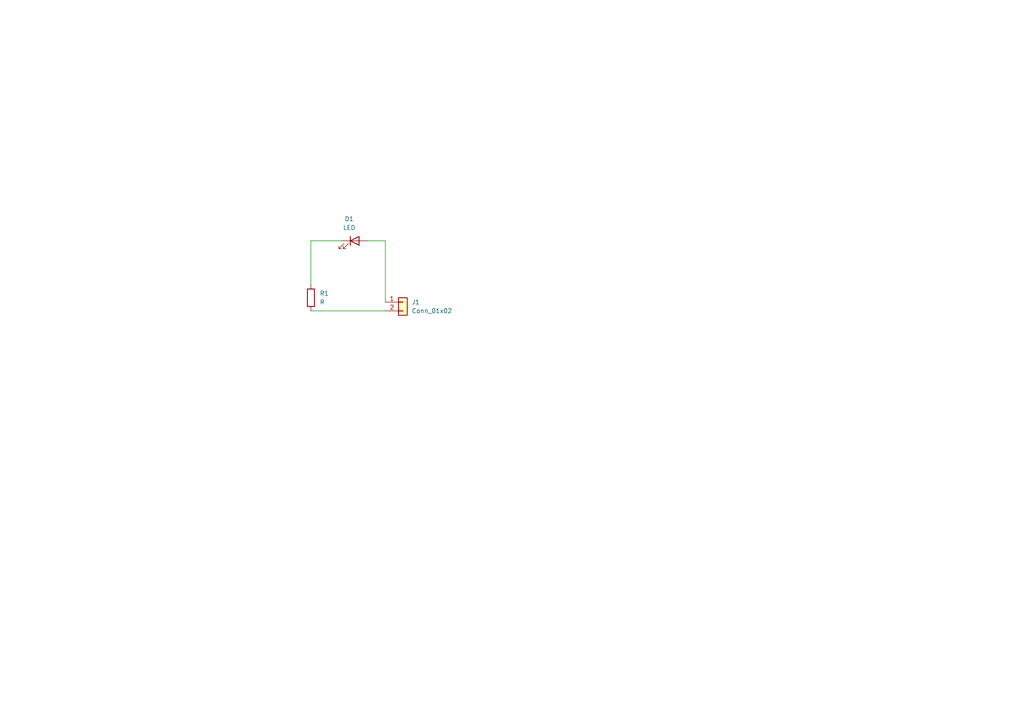
<source format=kicad_sch>
(kicad_sch (version 20230121) (generator eeschema)
  (paper "A4")
  (lib_symbols
    (symbol "Connector_Generic:Conn_01x02" (pin_names (offset 1.016) hide)
      (property "Reference" "J" (at 0 2.54 0))
      (property "Value" "Conn_01x02" (at 0 -5.08 0))
      (symbol "Conn_01x02_1_1"
        (rectangle (start -1.27 -2.413) (end 0 -2.667) (stroke (width 0.1524)))
        (rectangle (start -1.27 0.127) (end 0 -0.127) (stroke (width 0.1524)))
        (rectangle (start -1.27 1.27) (end 1.27 -3.81) (stroke (width 0.254)) (fill (type background)))
        (pin passive line (at -5.08 0 0) (length 3.81) (name "Pin_1") (number "1"))
        (pin passive line (at -5.08 -2.54 0) (length 3.81) (name "Pin_2") (number "2"))
      )
    )
    (symbol "Device:LED" (pin_numbers hide) (pin_names (offset 1.016) hide)
      (property "Reference" "D" (at 0 2.54 0))
      (property "Value" "LED" (at 0 -2.54 0))
      (symbol "LED_0_1"
        (polyline (pts (xy -1.27 -1.27) (xy -1.27 1.27)) (stroke (width 0.254)))
        (polyline (pts (xy -1.27 0) (xy 1.27 0)))
        (polyline (pts (xy 1.27 -1.27) (xy 1.27 1.27) (xy -1.27 0) (xy 1.27 -1.27)) (stroke (width 0.254)))
        (polyline (pts (xy -3.048 -0.762) (xy -4.572 -2.286) (xy -3.81 -2.286) (xy -4.572 -2.286) (xy -4.572 -1.524)))
        (polyline (pts (xy -1.778 -0.762) (xy -3.302 -2.286) (xy -2.54 -2.286) (xy -3.302 -2.286) (xy -3.302 -1.524)))
      )
      (symbol "LED_1_1"
        (pin passive line (at -3.81 0 0) (length 2.54) (name "K") (number "1"))
        (pin passive line (at 3.81 0 180) (length 2.54) (name "A") (number "2"))
      )
    )
    (symbol "Device:R" (pin_numbers hide) (pin_names (offset 0))
      (property "Reference" "R" (at 2.032 0 90))
      (property "Value" "R" (at 0 0 90))
      (symbol "R_0_1"
        (rectangle (start -1.016 -2.54) (end 1.016 2.54) (stroke (width 0.254)))
      )
      (symbol "R_1_1"
        (pin passive line (at 0 3.81 270) (length 1.27) (name "~") (number "1"))
        (pin passive line (at 0 -3.81 90) (length 1.27) (name "~") (number "2"))
      )
    )
  )
  (wire (pts (xy 90.17 69.85) (xy 90.17 82.55)))
  (wire (pts (xy 106.68 69.85) (xy 111.76 69.85)))
  (wire (pts (xy 99.06 69.85) (xy 90.17 69.85)))
  (wire (pts (xy 90.17 90.17) (xy 111.76 90.17)))
  (wire (pts (xy 111.76 69.85) (xy 111.76 87.63)))
  (symbol (lib_id "Device:R") (at 90.17 86.36 0) (unit 1)
    (property "Reference" "R1" (at 92.71 85.09 0) (effects (justify left)))
    (property "Value" "R" (at 92.71 87.63 0) (effects (justify left)))
    (property "Footprint" "Resistor_THT:R_Axial_DIN0204_L3.6mm_D1.6mm_P7.62mm_Horizontal" (effects hide))
  )
  (symbol (lib_id "Device:LED") (at 102.87 69.85 0) (unit 1)
    (property "Reference" "D1" (at 101.2825 63.5 0))
    (property "Value" "LED" (at 101.2825 66.04 0))
    (property "Footprint" "LED_THT:LED_D3.0mm" (effects hide))
  )
  (symbol (lib_id "Connector_Generic:Conn_01x02") (at 116.84 87.63 0) (unit 1)
    (property "Reference" "J1" (at 119.38 87.63 0) (effects (justify left)))
    (property "Value" "Conn_01x02" (at 119.38 90.17 0) (effects (justify left)))
    (property "Footprint" "Connector_PinSocket_2.54mm:PinSocket_1x02_P2.54mm_Vertical" (effects hide))
  )
)
</source>
